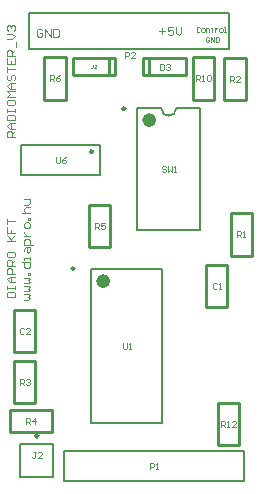
<source format=gto>
%FSTAX24Y24*%
%MOIN*%
G70*
G01*
G75*
G04 Layer_Color=65535*
%ADD10R,0.0512X0.0394*%
%ADD11O,0.0906X0.0236*%
%ADD12R,0.0394X0.0512*%
%ADD13R,0.1299X0.1004*%
%ADD14R,0.0374X0.1004*%
%ADD15R,0.0472X0.0512*%
%ADD16C,0.0100*%
%ADD17C,0.0300*%
%ADD18R,0.0650X0.4803*%
%ADD19C,0.0591*%
%ADD20R,0.0591X0.0591*%
%ADD21C,0.0984*%
%ADD22R,0.0984X0.0984*%
%ADD23C,0.0320*%
%ADD24R,0.0984X0.0512*%
%ADD25R,0.0374X0.0315*%
%ADD26R,0.0630X0.0630*%
%ADD27R,0.0709X0.0709*%
%ADD28C,0.0236*%
%ADD29C,0.0098*%
%ADD30C,0.0079*%
%ADD31C,0.0040*%
%ADD32C,0.0039*%
G36*
X237452Y194628D02*
X237456Y194628D01*
X23746Y194627D01*
X237464Y194627D01*
X237467Y194626D01*
X237467D01*
X237467Y194626D01*
X237468D01*
X237468Y194626D01*
X237471Y194625D01*
X237473Y194624D01*
X237476Y194623D01*
X237479Y194621D01*
X237482Y194619D01*
X237485Y194617D01*
X237486D01*
X237486Y194617D01*
X237487Y194615D01*
X237489Y194613D01*
X237491Y194611D01*
X237494Y194608D01*
X237496Y194604D01*
X237498Y1946D01*
X237501Y194595D01*
Y194595D01*
X237501Y194594D01*
X237501Y194594D01*
X237501Y194593D01*
X237502Y194591D01*
X237502Y19459D01*
X237503Y194588D01*
X237503Y194586D01*
X237504Y194584D01*
X237504Y194582D01*
X237505Y194577D01*
X237505Y194571D01*
X237506Y194565D01*
Y194565D01*
Y194564D01*
Y194563D01*
Y194562D01*
X237505Y194561D01*
Y194559D01*
X237505Y194556D01*
X237505Y194552D01*
X237504Y194548D01*
X237503Y194543D01*
X237502Y194539D01*
Y194539D01*
X237502Y194538D01*
X237502Y194538D01*
X237502Y194537D01*
X237501Y194535D01*
X2375Y194532D01*
X237499Y194529D01*
X237497Y194526D01*
X237495Y194523D01*
X237493Y19452D01*
X237493Y19452D01*
X237492Y194519D01*
X237491Y194518D01*
X23749Y194516D01*
X237488Y194514D01*
X237486Y194512D01*
X237484Y19451D01*
X237482Y194508D01*
X237482Y194508D01*
X237481Y194508D01*
X237479Y194507D01*
X237477Y194506D01*
X237475Y194505D01*
X237473Y194504D01*
X23747Y194503D01*
X237466Y194502D01*
X237466D01*
X237465Y194502D01*
X237463Y194502D01*
X237461Y194501D01*
X237458Y194501D01*
X237454Y1945D01*
X23745Y1945D01*
X237446Y1945D01*
X2374D01*
Y194628D01*
X237449D01*
X237452Y194628D01*
D02*
G37*
G36*
X237568Y194629D02*
X23757Y194628D01*
X237571Y194628D01*
X237573Y194628D01*
X237575Y194627D01*
X23758Y194626D01*
X237585Y194624D01*
X237588Y194623D01*
X23759Y194622D01*
X237592Y19462D01*
X237594Y194618D01*
X237594Y194618D01*
X237595Y194618D01*
X237595Y194617D01*
X237596Y194617D01*
X237597Y194615D01*
X237598Y194614D01*
X2376Y194611D01*
X237602Y194608D01*
X237603Y194603D01*
X237605Y194598D01*
X237605Y194596D01*
X237605Y194593D01*
Y194593D01*
Y194592D01*
X237605Y19459D01*
X237605Y194588D01*
X237604Y194586D01*
X237604Y194583D01*
X237603Y194581D01*
X237602Y194578D01*
X237602Y194577D01*
X237601Y194576D01*
X2376Y194575D01*
X237599Y194573D01*
X237598Y194571D01*
X237596Y194568D01*
X237594Y194565D01*
X237591Y194562D01*
X237591Y194562D01*
X23759Y194561D01*
X237588Y194559D01*
X237587Y194558D01*
X237586Y194556D01*
X237584Y194555D01*
X237582Y194553D01*
X23758Y194551D01*
X237578Y194549D01*
X237576Y194547D01*
X237573Y194545D01*
X23757Y194542D01*
X237567Y19454D01*
X237567Y194539D01*
X237567Y194539D01*
X237566Y194538D01*
X237565Y194538D01*
X237562Y194536D01*
X23756Y194533D01*
X237557Y19453D01*
X237553Y194528D01*
X237551Y194525D01*
X23755Y194524D01*
X237549Y194523D01*
X237549Y194523D01*
X237548Y194523D01*
X237548Y194522D01*
X237547Y194521D01*
X237544Y194518D01*
X237542Y194515D01*
X237605D01*
Y1945D01*
X237521D01*
Y1945D01*
Y194501D01*
Y194502D01*
X237521Y194504D01*
X237521Y194505D01*
X237521Y194507D01*
X237522Y194509D01*
X237522Y194511D01*
Y194511D01*
X237522Y194511D01*
X237523Y194512D01*
X237524Y194514D01*
X237525Y194516D01*
X237526Y194519D01*
X237528Y194522D01*
X23753Y194525D01*
X237533Y194528D01*
Y194528D01*
X237533Y194528D01*
X237534Y194529D01*
X237536Y194531D01*
X237538Y194533D01*
X237541Y194536D01*
X237544Y194539D01*
X237549Y194543D01*
X237553Y194547D01*
X237553Y194547D01*
X237554Y194548D01*
X237555Y194549D01*
X237557Y19455D01*
X237558Y194551D01*
X23756Y194553D01*
X237565Y194557D01*
X237569Y194561D01*
X237574Y194566D01*
X237576Y194568D01*
X237578Y19457D01*
X23758Y194572D01*
X237582Y194574D01*
Y194574D01*
X237582Y194575D01*
X237582Y194575D01*
X237583Y194576D01*
X237584Y194578D01*
X237585Y194581D01*
X237587Y194583D01*
X237588Y194587D01*
X237589Y19459D01*
X237589Y194593D01*
Y194594D01*
Y194594D01*
X237589Y194595D01*
X237589Y194597D01*
X237588Y194599D01*
X237587Y194601D01*
X237586Y194604D01*
X237584Y194607D01*
X237582Y194609D01*
X237582Y194609D01*
X237581Y19461D01*
X237579Y194611D01*
X237577Y194613D01*
X237575Y194614D01*
X237572Y194615D01*
X237568Y194615D01*
X237565Y194616D01*
X237563D01*
X237563Y194615D01*
X237561Y194615D01*
X237558Y194615D01*
X237555Y194614D01*
X237552Y194613D01*
X237549Y194611D01*
X237546Y194609D01*
X237546Y194608D01*
X237545Y194607D01*
X237544Y194606D01*
X237543Y194604D01*
X237542Y194601D01*
X237541Y194598D01*
X23754Y194594D01*
X23754Y19459D01*
X237523Y194592D01*
Y194592D01*
Y194592D01*
X237524Y194593D01*
X237524Y194595D01*
X237524Y194596D01*
X237524Y194598D01*
X237526Y194602D01*
X237527Y194606D01*
X237529Y194611D01*
X237532Y194615D01*
X237534Y194617D01*
X237536Y194619D01*
X237536Y194619D01*
X237536Y19462D01*
X237537Y19462D01*
X237538Y194621D01*
X237539Y194621D01*
X23754Y194622D01*
X237542Y194623D01*
X237544Y194624D01*
X237545Y194625D01*
X237548Y194626D01*
X23755Y194627D01*
X237553Y194627D01*
X237559Y194628D01*
X237562Y194629D01*
X237565Y194629D01*
X237567D01*
X237568Y194629D01*
D02*
G37*
%LPC*%
G36*
X237444Y194613D02*
X237417D01*
Y194515D01*
X237446D01*
X237448Y194515D01*
X237451Y194515D01*
X237454Y194516D01*
X237458Y194516D01*
X237461Y194517D01*
X237464Y194517D01*
X237464Y194518D01*
X237465Y194518D01*
X237466Y194518D01*
X237468Y194519D01*
X23747Y19452D01*
X237472Y194521D01*
X237474Y194522D01*
X237475Y194524D01*
X237475Y194524D01*
X237476Y194525D01*
X237477Y194527D01*
X237479Y194528D01*
X23748Y194531D01*
X237482Y194533D01*
X237483Y194537D01*
X237485Y19454D01*
Y19454D01*
X237485Y194541D01*
X237485Y194541D01*
X237485Y194542D01*
X237485Y194543D01*
X237486Y194544D01*
X237486Y194547D01*
X237487Y194551D01*
X237488Y194555D01*
X237488Y19456D01*
X237488Y194565D01*
Y194565D01*
Y194566D01*
Y194567D01*
Y194568D01*
X237488Y19457D01*
X237488Y194572D01*
X237488Y194574D01*
X237487Y194576D01*
X237487Y194581D01*
X237485Y194586D01*
X237484Y194591D01*
X237483Y194594D01*
X237482Y194596D01*
Y194596D01*
X237481Y194596D01*
X237481Y194597D01*
X23748Y194597D01*
X237479Y194599D01*
X237477Y194602D01*
X237475Y194604D01*
X237472Y194606D01*
X237469Y194609D01*
X237466Y19461D01*
X237465Y194611D01*
X237464Y194611D01*
X237463Y194611D01*
X23746Y194612D01*
X237457Y194612D01*
X237453Y194613D01*
X237449Y194613D01*
X237444Y194613D01*
D02*
G37*
%LPD*%
D16*
X237346Y188541D02*
Y189958D01*
X238054D01*
Y188541D02*
Y189958D01*
X237346Y188541D02*
X238054D01*
X241246Y186541D02*
Y187958D01*
X241954D01*
Y186541D02*
Y187958D01*
X241246Y186541D02*
X241954D01*
X235554Y185041D02*
Y186458D01*
X234846Y185041D02*
X235554D01*
X234846D02*
Y186458D01*
X235554D01*
X234846Y184758D02*
X235554D01*
X234846Y183341D02*
Y184758D01*
Y183341D02*
X235554D01*
Y184758D01*
X236109Y182395D02*
Y183104D01*
X234691D02*
X236109D01*
X234691Y182395D02*
Y183104D01*
Y182395D02*
X236109D01*
X23585Y194879D02*
X236558D01*
X23585Y193462D02*
Y194879D01*
Y193462D02*
X236558D01*
Y194879D01*
X241646Y183358D02*
X242354D01*
X241646Y181941D02*
Y183358D01*
Y181941D02*
X242354D01*
Y183358D01*
X238015Y194288D02*
Y194839D01*
X236794D02*
X238212D01*
Y194288D02*
Y194839D01*
X236794Y194288D02*
X238212D01*
X236794D02*
Y194839D01*
X240574Y194288D02*
Y194839D01*
X239157D02*
X240574D01*
X239157Y194288D02*
Y194839D01*
Y194288D02*
X240574D01*
X239354D02*
Y194839D01*
X24081Y194879D02*
X241519D01*
X24081Y193462D02*
Y194879D01*
Y193462D02*
X241519D01*
Y194879D01*
X24206Y188265D02*
X242769D01*
Y189682D01*
X24206D02*
X242769D01*
X24206Y188265D02*
Y189682D01*
X241854Y193442D02*
X242562D01*
Y194859D01*
X241854D02*
X242562D01*
X241854Y193442D02*
Y194859D01*
D28*
X239468Y192783D02*
G03*
X239468Y192783I-000118J0D01*
G01*
X237931Y187415D02*
G03*
X237931Y187415I-000118J0D01*
G01*
D29*
X238549Y193161D02*
G03*
X238549Y193161I-000049J0D01*
G01*
X236858Y187834D02*
G03*
X236858Y187834I-000049J0D01*
G01*
X235649Y182257D02*
G03*
X235649Y182257I-000049J0D01*
G01*
X237473Y191735D02*
G03*
X237473Y191735I-000049J0D01*
G01*
D30*
X23975Y193177D02*
G03*
X24025Y193177I00025J0D01*
G01*
X238957Y189122D02*
X241043D01*
X24025Y193177D02*
X241043D01*
X238957D02*
X23975D01*
X241043Y189122D02*
Y193177D01*
X238957Y189122D02*
Y193177D01*
X237419Y182691D02*
Y187809D01*
X239781Y182691D02*
Y187809D01*
X237419D02*
X239781D01*
X237419Y182691D02*
X239781D01*
X235049Y180898D02*
Y182001D01*
X235049Y180898D02*
X236151D01*
Y182001D01*
X235049Y182001D02*
X236151D01*
X235081Y190938D02*
Y191961D01*
X237719Y190938D02*
Y191961D01*
X235081Y190938D02*
X237719D01*
X235081Y191961D02*
X237719D01*
X2365Y18075D02*
X2425D01*
X2365Y18175D02*
X2425D01*
X2365Y18075D02*
Y18175D01*
X2425Y18075D02*
Y18175D01*
X235344Y195154D02*
Y196345D01*
X242024D01*
X235344Y195154D02*
X242024D01*
Y196345D01*
D31*
X23937Y18115D02*
Y18135D01*
X23947D01*
X239503Y181317D01*
Y18125D01*
X23947Y181217D01*
X23937D01*
X23957Y18115D02*
X239637D01*
X239603D01*
Y18135D01*
X23957Y181317D01*
X23623Y19155D02*
Y191383D01*
X236263Y19135D01*
X23633D01*
X236363Y191383D01*
Y19155D01*
X236563D02*
X236497Y191517D01*
X23643Y19145D01*
Y191383D01*
X236463Y19135D01*
X23653D01*
X236563Y191383D01*
Y191417D01*
X23653Y19145D01*
X23643D01*
X24175Y18255D02*
Y18275D01*
X24185D01*
X241883Y182717D01*
Y18265D01*
X24185Y182617D01*
X24175D01*
X241817D02*
X241883Y18255D01*
X24195D02*
X242017D01*
X241983D01*
Y18275D01*
X24195Y182717D01*
X24225Y18255D02*
X242117D01*
X24225Y182683D01*
Y182717D01*
X242217Y18275D01*
X24215D01*
X242117Y182717D01*
X23604Y19407D02*
Y19427D01*
X23614D01*
X236173Y194237D01*
Y19417D01*
X23614Y194137D01*
X23604D01*
X236107D02*
X236173Y19407D01*
X236373Y19427D02*
X236307Y194237D01*
X23624Y19417D01*
Y194103D01*
X236273Y19407D01*
X23634D01*
X236373Y194103D01*
Y194137D01*
X23634Y19417D01*
X23624D01*
X23523Y18265D02*
Y18285D01*
X23533D01*
X235363Y182817D01*
Y18275D01*
X23533Y182717D01*
X23523D01*
X235297D02*
X235363Y18265D01*
X23553D02*
Y18285D01*
X23543Y18275D01*
X235563D01*
X23503Y18395D02*
Y18415D01*
X23513D01*
X235163Y184117D01*
Y18405D01*
X23513Y184017D01*
X23503D01*
X235097D02*
X235163Y18395D01*
X23523Y184117D02*
X235263Y18415D01*
X23533D01*
X235363Y184117D01*
Y184083D01*
X23533Y18405D01*
X235297D01*
X23533D01*
X235363Y184017D01*
Y183983D01*
X23533Y18395D01*
X235263D01*
X23523Y183983D01*
X235163Y185817D02*
X23513Y18585D01*
X235063D01*
X23503Y185817D01*
Y185683D01*
X235063Y18565D01*
X23513D01*
X235163Y185683D01*
X235363Y18565D02*
X23523D01*
X235363Y185783D01*
Y185817D01*
X23533Y18585D01*
X235263D01*
X23523Y185817D01*
X241603Y187317D02*
X24157Y18735D01*
X241503D01*
X24147Y187317D01*
Y187183D01*
X241503Y18715D01*
X24157D01*
X241603Y187183D01*
X24167Y18715D02*
X241737D01*
X241703D01*
Y18735D01*
X24167Y187317D01*
X235563Y18171D02*
X235497D01*
X23553D01*
Y181543D01*
X235497Y18151D01*
X235463D01*
X23543Y181543D01*
X235763Y18151D02*
X23563D01*
X235763Y181643D01*
Y181677D01*
X23573Y18171D01*
X235663D01*
X23563Y181677D01*
X23847Y18535D02*
Y185183D01*
X238503Y18515D01*
X23857D01*
X238603Y185183D01*
Y18535D01*
X23867Y18515D02*
X238737D01*
X238703D01*
Y18535D01*
X23867Y185317D01*
X23753Y18915D02*
Y18935D01*
X23763D01*
X237663Y189317D01*
Y18925D01*
X23763Y189217D01*
X23753D01*
X237597D02*
X237663Y18915D01*
X237863Y18935D02*
X23773D01*
Y18925D01*
X237797Y189283D01*
X23783D01*
X237863Y18925D01*
Y189183D01*
X23783Y18915D01*
X237763D01*
X23773Y189183D01*
X239903Y191217D02*
X23987Y19125D01*
X239803D01*
X23977Y191217D01*
Y191183D01*
X239803Y19115D01*
X23987D01*
X239903Y191117D01*
Y191083D01*
X23987Y19105D01*
X239803D01*
X23977Y191083D01*
X23997Y19125D02*
Y19105D01*
X240037Y191117D01*
X240103Y19105D01*
Y19125D01*
X24017Y19105D02*
X240237D01*
X240203D01*
Y19125D01*
X24017Y191217D01*
X238546Y194859D02*
Y195059D01*
X238646D01*
X23868Y195026D01*
Y194959D01*
X238646Y194926D01*
X238546D01*
X23888Y194859D02*
X238746D01*
X23888Y194992D01*
Y195026D01*
X238846Y195059D01*
X23878D01*
X238746Y195026D01*
X24228Y18887D02*
Y18907D01*
X24238D01*
X242413Y189037D01*
Y18897D01*
X24238Y188937D01*
X24228D01*
X242347D02*
X242413Y18887D01*
X24248D02*
X242547D01*
X242513D01*
Y18907D01*
X24248Y189037D01*
X24204Y19405D02*
Y19425D01*
X24214D01*
X242173Y194217D01*
Y19415D01*
X24214Y194117D01*
X24204D01*
X242107D02*
X242173Y19405D01*
X242373D02*
X24224D01*
X242373Y194183D01*
Y194217D01*
X24234Y19425D01*
X242273D01*
X24224Y194217D01*
X2397Y19466D02*
Y19446D01*
X2398D01*
X239833Y194493D01*
Y194627D01*
X2398Y19466D01*
X2397D01*
X2399Y194627D02*
X239933Y19466D01*
X24D01*
X240033Y194627D01*
Y194593D01*
X24Y19456D01*
X239967D01*
X24D01*
X240033Y194527D01*
Y194493D01*
X24Y19446D01*
X239933D01*
X2399Y194493D01*
X24091Y19407D02*
Y19427D01*
X24101D01*
X241043Y194237D01*
Y19417D01*
X24101Y194137D01*
X24091D01*
X240977D02*
X241043Y19407D01*
X24111D02*
X241177D01*
X241143D01*
Y19427D01*
X24111Y194237D01*
X241277D02*
X24131Y19427D01*
X241377D01*
X24141Y194237D01*
Y194103D01*
X241377Y19407D01*
X24131D01*
X241277Y194103D01*
Y194237D01*
D32*
X235184Y186798D02*
X235321D01*
X235367Y186844D01*
X235321Y18689D01*
X235367Y186936D01*
X235321Y186982D01*
X235184D01*
Y187074D02*
X235321D01*
X235367Y18712D01*
X235321Y187165D01*
X235367Y187211D01*
X235321Y187257D01*
X235184D01*
Y187349D02*
X235321D01*
X235367Y187395D01*
X235321Y187441D01*
X235367Y187487D01*
X235321Y187533D01*
X235184D01*
X235367Y187625D02*
X235321D01*
Y187671D01*
X235367D01*
Y187625D01*
X235092Y188038D02*
X235367D01*
Y1879D01*
X235321Y187854D01*
X23523D01*
X235184Y1879D01*
Y188038D01*
X235367Y18813D02*
Y188222D01*
Y188176D01*
X235184D01*
Y18813D01*
Y188405D02*
Y188497D01*
X23523Y188543D01*
X235367D01*
Y188405D01*
X235321Y188359D01*
X235275Y188405D01*
Y188543D01*
X235459Y188635D02*
X235184D01*
Y188773D01*
X23523Y188818D01*
X235321D01*
X235367Y188773D01*
Y188635D01*
X235184Y18891D02*
X235367D01*
X235275D01*
X23523Y188956D01*
X235184Y189002D01*
Y189048D01*
X235367Y189232D02*
Y189324D01*
X235321Y18937D01*
X23523D01*
X235184Y189324D01*
Y189232D01*
X23523Y189186D01*
X235321D01*
X235367Y189232D01*
Y189461D02*
X235321D01*
Y189507D01*
X235367D01*
Y189461D01*
X235092Y189691D02*
X235367D01*
X23523D01*
X235184Y189737D01*
Y189829D01*
X23523Y189875D01*
X235367D01*
X235184Y189966D02*
X235321D01*
X235367Y190012D01*
Y19015D01*
X235184D01*
X234875Y192221D02*
X2346D01*
Y192359D01*
X234646Y192405D01*
X234737D01*
X234783Y192359D01*
Y192221D01*
Y192313D02*
X234875Y192405D01*
Y192497D02*
X234692D01*
X2346Y192589D01*
X234692Y192681D01*
X234875D01*
X234737D01*
Y192497D01*
X2346Y192772D02*
X234875D01*
Y19291D01*
X234829Y192956D01*
X234646D01*
X2346Y19291D01*
Y192772D01*
Y193048D02*
Y19314D01*
Y193094D01*
X234875D01*
Y193048D01*
Y19314D01*
X2346Y193415D02*
Y193323D01*
X234646Y193277D01*
X234829D01*
X234875Y193323D01*
Y193415D01*
X234829Y193461D01*
X234646D01*
X2346Y193415D01*
X234875Y193553D02*
X2346D01*
X234692Y193645D01*
X2346Y193737D01*
X234875D01*
Y193828D02*
X234692D01*
X2346Y19392D01*
X234692Y194012D01*
X234875D01*
X234737D01*
Y193828D01*
X234646Y194288D02*
X2346Y194242D01*
Y19415D01*
X234646Y194104D01*
X234692D01*
X234737Y19415D01*
Y194242D01*
X234783Y194288D01*
X234829D01*
X234875Y194242D01*
Y19415D01*
X234829Y194104D01*
X2346Y194379D02*
Y194563D01*
Y194471D01*
X234875D01*
X2346Y194839D02*
Y194655D01*
X234875D01*
Y194839D01*
X234737Y194655D02*
Y194747D01*
X234875Y19493D02*
X2346D01*
Y195068D01*
X234646Y195114D01*
X234737D01*
X234783Y195068D01*
Y19493D01*
Y195022D02*
X234875Y195114D01*
X234921Y195206D02*
Y19539D01*
X2346Y195481D02*
X234783D01*
X234875Y195573D01*
X234783Y195665D01*
X2346D01*
X234646Y195757D02*
X2346Y195803D01*
Y195895D01*
X234646Y195941D01*
X234692D01*
X234737Y195895D01*
Y195849D01*
Y195895D01*
X234783Y195941D01*
X234829D01*
X234875Y195895D01*
Y195803D01*
X234829Y195757D01*
X2346Y186877D02*
X234875D01*
Y187015D01*
X234829Y187061D01*
X234646D01*
X2346Y187015D01*
Y186877D01*
Y187152D02*
Y187244D01*
Y187198D01*
X234875D01*
Y187152D01*
Y187244D01*
Y187382D02*
X234692D01*
X2346Y187474D01*
X234692Y187566D01*
X234875D01*
X234737D01*
Y187382D01*
X234875Y187657D02*
X2346D01*
Y187795D01*
X234646Y187841D01*
X234737D01*
X234783Y187795D01*
Y187657D01*
X234875Y187933D02*
X2346D01*
Y188071D01*
X234646Y188117D01*
X234737D01*
X234783Y188071D01*
Y187933D01*
Y188025D02*
X234875Y188117D01*
X2346Y188346D02*
Y188254D01*
X234646Y188208D01*
X234829D01*
X234875Y188254D01*
Y188346D01*
X234829Y188392D01*
X234646D01*
X2346Y188346D01*
Y188759D02*
X234875D01*
X234783D01*
X2346Y188943D01*
X234737Y188805D01*
X234875Y188943D01*
X2346Y189219D02*
Y189035D01*
X234737D01*
Y189127D01*
Y189035D01*
X234875D01*
X2346Y18931D02*
Y189494D01*
Y189402D01*
X234875D01*
X235787Y195788D02*
X235741Y195833D01*
X235649D01*
X235604Y195788D01*
Y195604D01*
X235649Y195558D01*
X235741D01*
X235787Y195604D01*
Y195696D01*
X235695D01*
X235879Y195558D02*
Y195833D01*
X236063Y195558D01*
Y195833D01*
X236155D02*
Y195558D01*
X236292D01*
X236338Y195604D01*
Y195788D01*
X236292Y195833D01*
X236155D01*
X239688Y195745D02*
X239872D01*
X23978Y195837D02*
Y195653D01*
X240147Y195883D02*
X239964D01*
Y195745D01*
X240056Y195791D01*
X240101D01*
X240147Y195745D01*
Y195653D01*
X240101Y195607D01*
X24001D01*
X239964Y195653D01*
X240239Y195883D02*
Y195699D01*
X240331Y195607D01*
X240423Y195699D01*
Y195883D01*
X241033Y195866D02*
X241007Y195893D01*
X240955D01*
X240928Y195866D01*
Y195761D01*
X240955Y195735D01*
X241007D01*
X241033Y195761D01*
X241112Y195735D02*
X241164D01*
X241191Y195761D01*
Y195814D01*
X241164Y19584D01*
X241112D01*
X241086Y195814D01*
Y195761D01*
X241112Y195735D01*
X241243D02*
Y19584D01*
X241322D01*
X241348Y195814D01*
Y195735D01*
X241427Y195866D02*
Y19584D01*
X241401D01*
X241453D01*
X241427D01*
Y195761D01*
X241453Y195735D01*
X241532Y19584D02*
Y195735D01*
Y195788D01*
X241558Y195814D01*
X241584Y19584D01*
X241611D01*
X241715Y195735D02*
X241768D01*
X241794Y195761D01*
Y195814D01*
X241768Y19584D01*
X241715D01*
X241689Y195814D01*
Y195761D01*
X241715Y195735D01*
X241847D02*
X241899D01*
X241873D01*
Y195893D01*
X241847D01*
X241348Y195512D02*
X241322Y195538D01*
X24127D01*
X241243Y195512D01*
Y195407D01*
X24127Y195381D01*
X241322D01*
X241348Y195407D01*
Y19546D01*
X241296D01*
X241401Y195381D02*
Y195538D01*
X241506Y195381D01*
Y195538D01*
X241558D02*
Y195381D01*
X241637D01*
X241663Y195407D01*
Y195512D01*
X241637Y195538D01*
X241558D01*
M02*

</source>
